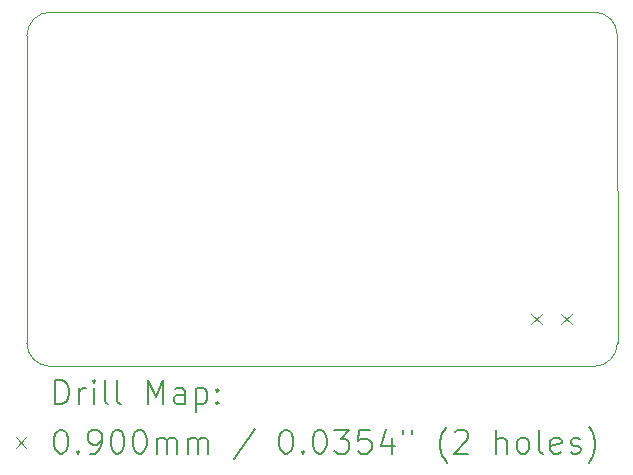
<source format=gbr>
%TF.GenerationSoftware,KiCad,Pcbnew,7.0.2*%
%TF.CreationDate,2023-05-03T11:21:34+05:30*%
%TF.ProjectId,Bed-leveler-PCB,4265642d-6c65-4766-956c-65722d504342,rev?*%
%TF.SameCoordinates,Original*%
%TF.FileFunction,Drillmap*%
%TF.FilePolarity,Positive*%
%FSLAX45Y45*%
G04 Gerber Fmt 4.5, Leading zero omitted, Abs format (unit mm)*
G04 Created by KiCad (PCBNEW 7.0.2) date 2023-05-03 11:21:34*
%MOMM*%
%LPD*%
G01*
G04 APERTURE LIST*
%ADD10C,0.100000*%
%ADD11C,0.200000*%
%ADD12C,0.090000*%
G04 APERTURE END LIST*
D10*
X17100421Y-6200421D02*
G75*
G03*
X16900421Y-6400421I0J-200000D01*
G01*
X16899421Y-9000579D02*
G75*
G03*
X17099421Y-9200579I200000J0D01*
G01*
X21899579Y-6399421D02*
G75*
G03*
X21699579Y-6199421I-200000J0D01*
G01*
X21700579Y-9200579D02*
G75*
G03*
X21900579Y-9000579I0J200000D01*
G01*
X21899579Y-6399421D02*
X21900579Y-9000579D01*
X17100421Y-6200421D02*
X21699579Y-6199421D01*
X16899421Y-9000579D02*
X16900421Y-6400421D01*
X21700579Y-9200579D02*
X17099421Y-9200579D01*
D11*
D12*
X21171250Y-8755000D02*
X21261250Y-8845000D01*
X21261250Y-8755000D02*
X21171250Y-8845000D01*
X21425250Y-8755000D02*
X21515250Y-8845000D01*
X21515250Y-8755000D02*
X21425250Y-8845000D01*
D11*
X17142040Y-9518102D02*
X17142040Y-9318102D01*
X17142040Y-9318102D02*
X17189659Y-9318102D01*
X17189659Y-9318102D02*
X17218231Y-9327626D01*
X17218231Y-9327626D02*
X17237279Y-9346674D01*
X17237279Y-9346674D02*
X17246802Y-9365721D01*
X17246802Y-9365721D02*
X17256326Y-9403817D01*
X17256326Y-9403817D02*
X17256326Y-9432388D01*
X17256326Y-9432388D02*
X17246802Y-9470483D01*
X17246802Y-9470483D02*
X17237279Y-9489531D01*
X17237279Y-9489531D02*
X17218231Y-9508579D01*
X17218231Y-9508579D02*
X17189659Y-9518102D01*
X17189659Y-9518102D02*
X17142040Y-9518102D01*
X17342040Y-9518102D02*
X17342040Y-9384769D01*
X17342040Y-9422864D02*
X17351564Y-9403817D01*
X17351564Y-9403817D02*
X17361088Y-9394293D01*
X17361088Y-9394293D02*
X17380136Y-9384769D01*
X17380136Y-9384769D02*
X17399183Y-9384769D01*
X17465850Y-9518102D02*
X17465850Y-9384769D01*
X17465850Y-9318102D02*
X17456326Y-9327626D01*
X17456326Y-9327626D02*
X17465850Y-9337150D01*
X17465850Y-9337150D02*
X17475374Y-9327626D01*
X17475374Y-9327626D02*
X17465850Y-9318102D01*
X17465850Y-9318102D02*
X17465850Y-9337150D01*
X17589659Y-9518102D02*
X17570612Y-9508579D01*
X17570612Y-9508579D02*
X17561088Y-9489531D01*
X17561088Y-9489531D02*
X17561088Y-9318102D01*
X17694421Y-9518102D02*
X17675374Y-9508579D01*
X17675374Y-9508579D02*
X17665850Y-9489531D01*
X17665850Y-9489531D02*
X17665850Y-9318102D01*
X17922993Y-9518102D02*
X17922993Y-9318102D01*
X17922993Y-9318102D02*
X17989660Y-9460960D01*
X17989660Y-9460960D02*
X18056326Y-9318102D01*
X18056326Y-9318102D02*
X18056326Y-9518102D01*
X18237279Y-9518102D02*
X18237279Y-9413341D01*
X18237279Y-9413341D02*
X18227755Y-9394293D01*
X18227755Y-9394293D02*
X18208707Y-9384769D01*
X18208707Y-9384769D02*
X18170612Y-9384769D01*
X18170612Y-9384769D02*
X18151564Y-9394293D01*
X18237279Y-9508579D02*
X18218231Y-9518102D01*
X18218231Y-9518102D02*
X18170612Y-9518102D01*
X18170612Y-9518102D02*
X18151564Y-9508579D01*
X18151564Y-9508579D02*
X18142040Y-9489531D01*
X18142040Y-9489531D02*
X18142040Y-9470483D01*
X18142040Y-9470483D02*
X18151564Y-9451436D01*
X18151564Y-9451436D02*
X18170612Y-9441912D01*
X18170612Y-9441912D02*
X18218231Y-9441912D01*
X18218231Y-9441912D02*
X18237279Y-9432388D01*
X18332517Y-9384769D02*
X18332517Y-9584769D01*
X18332517Y-9394293D02*
X18351564Y-9384769D01*
X18351564Y-9384769D02*
X18389660Y-9384769D01*
X18389660Y-9384769D02*
X18408707Y-9394293D01*
X18408707Y-9394293D02*
X18418231Y-9403817D01*
X18418231Y-9403817D02*
X18427755Y-9422864D01*
X18427755Y-9422864D02*
X18427755Y-9480007D01*
X18427755Y-9480007D02*
X18418231Y-9499055D01*
X18418231Y-9499055D02*
X18408707Y-9508579D01*
X18408707Y-9508579D02*
X18389660Y-9518102D01*
X18389660Y-9518102D02*
X18351564Y-9518102D01*
X18351564Y-9518102D02*
X18332517Y-9508579D01*
X18513469Y-9499055D02*
X18522993Y-9508579D01*
X18522993Y-9508579D02*
X18513469Y-9518102D01*
X18513469Y-9518102D02*
X18503945Y-9508579D01*
X18503945Y-9508579D02*
X18513469Y-9499055D01*
X18513469Y-9499055D02*
X18513469Y-9518102D01*
X18513469Y-9394293D02*
X18522993Y-9403817D01*
X18522993Y-9403817D02*
X18513469Y-9413341D01*
X18513469Y-9413341D02*
X18503945Y-9403817D01*
X18503945Y-9403817D02*
X18513469Y-9394293D01*
X18513469Y-9394293D02*
X18513469Y-9413341D01*
D12*
X16804421Y-9800579D02*
X16894421Y-9890579D01*
X16894421Y-9800579D02*
X16804421Y-9890579D01*
D11*
X17180136Y-9738102D02*
X17199183Y-9738102D01*
X17199183Y-9738102D02*
X17218231Y-9747626D01*
X17218231Y-9747626D02*
X17227755Y-9757150D01*
X17227755Y-9757150D02*
X17237279Y-9776198D01*
X17237279Y-9776198D02*
X17246802Y-9814293D01*
X17246802Y-9814293D02*
X17246802Y-9861912D01*
X17246802Y-9861912D02*
X17237279Y-9900007D01*
X17237279Y-9900007D02*
X17227755Y-9919055D01*
X17227755Y-9919055D02*
X17218231Y-9928579D01*
X17218231Y-9928579D02*
X17199183Y-9938102D01*
X17199183Y-9938102D02*
X17180136Y-9938102D01*
X17180136Y-9938102D02*
X17161088Y-9928579D01*
X17161088Y-9928579D02*
X17151564Y-9919055D01*
X17151564Y-9919055D02*
X17142040Y-9900007D01*
X17142040Y-9900007D02*
X17132517Y-9861912D01*
X17132517Y-9861912D02*
X17132517Y-9814293D01*
X17132517Y-9814293D02*
X17142040Y-9776198D01*
X17142040Y-9776198D02*
X17151564Y-9757150D01*
X17151564Y-9757150D02*
X17161088Y-9747626D01*
X17161088Y-9747626D02*
X17180136Y-9738102D01*
X17332517Y-9919055D02*
X17342040Y-9928579D01*
X17342040Y-9928579D02*
X17332517Y-9938102D01*
X17332517Y-9938102D02*
X17322993Y-9928579D01*
X17322993Y-9928579D02*
X17332517Y-9919055D01*
X17332517Y-9919055D02*
X17332517Y-9938102D01*
X17437279Y-9938102D02*
X17475374Y-9938102D01*
X17475374Y-9938102D02*
X17494421Y-9928579D01*
X17494421Y-9928579D02*
X17503945Y-9919055D01*
X17503945Y-9919055D02*
X17522993Y-9890483D01*
X17522993Y-9890483D02*
X17532517Y-9852388D01*
X17532517Y-9852388D02*
X17532517Y-9776198D01*
X17532517Y-9776198D02*
X17522993Y-9757150D01*
X17522993Y-9757150D02*
X17513469Y-9747626D01*
X17513469Y-9747626D02*
X17494421Y-9738102D01*
X17494421Y-9738102D02*
X17456326Y-9738102D01*
X17456326Y-9738102D02*
X17437279Y-9747626D01*
X17437279Y-9747626D02*
X17427755Y-9757150D01*
X17427755Y-9757150D02*
X17418231Y-9776198D01*
X17418231Y-9776198D02*
X17418231Y-9823817D01*
X17418231Y-9823817D02*
X17427755Y-9842864D01*
X17427755Y-9842864D02*
X17437279Y-9852388D01*
X17437279Y-9852388D02*
X17456326Y-9861912D01*
X17456326Y-9861912D02*
X17494421Y-9861912D01*
X17494421Y-9861912D02*
X17513469Y-9852388D01*
X17513469Y-9852388D02*
X17522993Y-9842864D01*
X17522993Y-9842864D02*
X17532517Y-9823817D01*
X17656326Y-9738102D02*
X17675374Y-9738102D01*
X17675374Y-9738102D02*
X17694421Y-9747626D01*
X17694421Y-9747626D02*
X17703945Y-9757150D01*
X17703945Y-9757150D02*
X17713469Y-9776198D01*
X17713469Y-9776198D02*
X17722993Y-9814293D01*
X17722993Y-9814293D02*
X17722993Y-9861912D01*
X17722993Y-9861912D02*
X17713469Y-9900007D01*
X17713469Y-9900007D02*
X17703945Y-9919055D01*
X17703945Y-9919055D02*
X17694421Y-9928579D01*
X17694421Y-9928579D02*
X17675374Y-9938102D01*
X17675374Y-9938102D02*
X17656326Y-9938102D01*
X17656326Y-9938102D02*
X17637279Y-9928579D01*
X17637279Y-9928579D02*
X17627755Y-9919055D01*
X17627755Y-9919055D02*
X17618231Y-9900007D01*
X17618231Y-9900007D02*
X17608707Y-9861912D01*
X17608707Y-9861912D02*
X17608707Y-9814293D01*
X17608707Y-9814293D02*
X17618231Y-9776198D01*
X17618231Y-9776198D02*
X17627755Y-9757150D01*
X17627755Y-9757150D02*
X17637279Y-9747626D01*
X17637279Y-9747626D02*
X17656326Y-9738102D01*
X17846802Y-9738102D02*
X17865850Y-9738102D01*
X17865850Y-9738102D02*
X17884898Y-9747626D01*
X17884898Y-9747626D02*
X17894421Y-9757150D01*
X17894421Y-9757150D02*
X17903945Y-9776198D01*
X17903945Y-9776198D02*
X17913469Y-9814293D01*
X17913469Y-9814293D02*
X17913469Y-9861912D01*
X17913469Y-9861912D02*
X17903945Y-9900007D01*
X17903945Y-9900007D02*
X17894421Y-9919055D01*
X17894421Y-9919055D02*
X17884898Y-9928579D01*
X17884898Y-9928579D02*
X17865850Y-9938102D01*
X17865850Y-9938102D02*
X17846802Y-9938102D01*
X17846802Y-9938102D02*
X17827755Y-9928579D01*
X17827755Y-9928579D02*
X17818231Y-9919055D01*
X17818231Y-9919055D02*
X17808707Y-9900007D01*
X17808707Y-9900007D02*
X17799183Y-9861912D01*
X17799183Y-9861912D02*
X17799183Y-9814293D01*
X17799183Y-9814293D02*
X17808707Y-9776198D01*
X17808707Y-9776198D02*
X17818231Y-9757150D01*
X17818231Y-9757150D02*
X17827755Y-9747626D01*
X17827755Y-9747626D02*
X17846802Y-9738102D01*
X17999183Y-9938102D02*
X17999183Y-9804769D01*
X17999183Y-9823817D02*
X18008707Y-9814293D01*
X18008707Y-9814293D02*
X18027755Y-9804769D01*
X18027755Y-9804769D02*
X18056326Y-9804769D01*
X18056326Y-9804769D02*
X18075374Y-9814293D01*
X18075374Y-9814293D02*
X18084898Y-9833341D01*
X18084898Y-9833341D02*
X18084898Y-9938102D01*
X18084898Y-9833341D02*
X18094421Y-9814293D01*
X18094421Y-9814293D02*
X18113469Y-9804769D01*
X18113469Y-9804769D02*
X18142040Y-9804769D01*
X18142040Y-9804769D02*
X18161088Y-9814293D01*
X18161088Y-9814293D02*
X18170612Y-9833341D01*
X18170612Y-9833341D02*
X18170612Y-9938102D01*
X18265850Y-9938102D02*
X18265850Y-9804769D01*
X18265850Y-9823817D02*
X18275374Y-9814293D01*
X18275374Y-9814293D02*
X18294421Y-9804769D01*
X18294421Y-9804769D02*
X18322993Y-9804769D01*
X18322993Y-9804769D02*
X18342041Y-9814293D01*
X18342041Y-9814293D02*
X18351564Y-9833341D01*
X18351564Y-9833341D02*
X18351564Y-9938102D01*
X18351564Y-9833341D02*
X18361088Y-9814293D01*
X18361088Y-9814293D02*
X18380136Y-9804769D01*
X18380136Y-9804769D02*
X18408707Y-9804769D01*
X18408707Y-9804769D02*
X18427755Y-9814293D01*
X18427755Y-9814293D02*
X18437279Y-9833341D01*
X18437279Y-9833341D02*
X18437279Y-9938102D01*
X18827755Y-9728579D02*
X18656326Y-9985721D01*
X19084898Y-9738102D02*
X19103945Y-9738102D01*
X19103945Y-9738102D02*
X19122993Y-9747626D01*
X19122993Y-9747626D02*
X19132517Y-9757150D01*
X19132517Y-9757150D02*
X19142041Y-9776198D01*
X19142041Y-9776198D02*
X19151564Y-9814293D01*
X19151564Y-9814293D02*
X19151564Y-9861912D01*
X19151564Y-9861912D02*
X19142041Y-9900007D01*
X19142041Y-9900007D02*
X19132517Y-9919055D01*
X19132517Y-9919055D02*
X19122993Y-9928579D01*
X19122993Y-9928579D02*
X19103945Y-9938102D01*
X19103945Y-9938102D02*
X19084898Y-9938102D01*
X19084898Y-9938102D02*
X19065850Y-9928579D01*
X19065850Y-9928579D02*
X19056326Y-9919055D01*
X19056326Y-9919055D02*
X19046803Y-9900007D01*
X19046803Y-9900007D02*
X19037279Y-9861912D01*
X19037279Y-9861912D02*
X19037279Y-9814293D01*
X19037279Y-9814293D02*
X19046803Y-9776198D01*
X19046803Y-9776198D02*
X19056326Y-9757150D01*
X19056326Y-9757150D02*
X19065850Y-9747626D01*
X19065850Y-9747626D02*
X19084898Y-9738102D01*
X19237279Y-9919055D02*
X19246803Y-9928579D01*
X19246803Y-9928579D02*
X19237279Y-9938102D01*
X19237279Y-9938102D02*
X19227755Y-9928579D01*
X19227755Y-9928579D02*
X19237279Y-9919055D01*
X19237279Y-9919055D02*
X19237279Y-9938102D01*
X19370612Y-9738102D02*
X19389660Y-9738102D01*
X19389660Y-9738102D02*
X19408707Y-9747626D01*
X19408707Y-9747626D02*
X19418231Y-9757150D01*
X19418231Y-9757150D02*
X19427755Y-9776198D01*
X19427755Y-9776198D02*
X19437279Y-9814293D01*
X19437279Y-9814293D02*
X19437279Y-9861912D01*
X19437279Y-9861912D02*
X19427755Y-9900007D01*
X19427755Y-9900007D02*
X19418231Y-9919055D01*
X19418231Y-9919055D02*
X19408707Y-9928579D01*
X19408707Y-9928579D02*
X19389660Y-9938102D01*
X19389660Y-9938102D02*
X19370612Y-9938102D01*
X19370612Y-9938102D02*
X19351564Y-9928579D01*
X19351564Y-9928579D02*
X19342041Y-9919055D01*
X19342041Y-9919055D02*
X19332517Y-9900007D01*
X19332517Y-9900007D02*
X19322993Y-9861912D01*
X19322993Y-9861912D02*
X19322993Y-9814293D01*
X19322993Y-9814293D02*
X19332517Y-9776198D01*
X19332517Y-9776198D02*
X19342041Y-9757150D01*
X19342041Y-9757150D02*
X19351564Y-9747626D01*
X19351564Y-9747626D02*
X19370612Y-9738102D01*
X19503945Y-9738102D02*
X19627755Y-9738102D01*
X19627755Y-9738102D02*
X19561088Y-9814293D01*
X19561088Y-9814293D02*
X19589660Y-9814293D01*
X19589660Y-9814293D02*
X19608707Y-9823817D01*
X19608707Y-9823817D02*
X19618231Y-9833341D01*
X19618231Y-9833341D02*
X19627755Y-9852388D01*
X19627755Y-9852388D02*
X19627755Y-9900007D01*
X19627755Y-9900007D02*
X19618231Y-9919055D01*
X19618231Y-9919055D02*
X19608707Y-9928579D01*
X19608707Y-9928579D02*
X19589660Y-9938102D01*
X19589660Y-9938102D02*
X19532517Y-9938102D01*
X19532517Y-9938102D02*
X19513469Y-9928579D01*
X19513469Y-9928579D02*
X19503945Y-9919055D01*
X19808707Y-9738102D02*
X19713469Y-9738102D01*
X19713469Y-9738102D02*
X19703945Y-9833341D01*
X19703945Y-9833341D02*
X19713469Y-9823817D01*
X19713469Y-9823817D02*
X19732517Y-9814293D01*
X19732517Y-9814293D02*
X19780136Y-9814293D01*
X19780136Y-9814293D02*
X19799184Y-9823817D01*
X19799184Y-9823817D02*
X19808707Y-9833341D01*
X19808707Y-9833341D02*
X19818231Y-9852388D01*
X19818231Y-9852388D02*
X19818231Y-9900007D01*
X19818231Y-9900007D02*
X19808707Y-9919055D01*
X19808707Y-9919055D02*
X19799184Y-9928579D01*
X19799184Y-9928579D02*
X19780136Y-9938102D01*
X19780136Y-9938102D02*
X19732517Y-9938102D01*
X19732517Y-9938102D02*
X19713469Y-9928579D01*
X19713469Y-9928579D02*
X19703945Y-9919055D01*
X19989660Y-9804769D02*
X19989660Y-9938102D01*
X19942041Y-9728579D02*
X19894422Y-9871436D01*
X19894422Y-9871436D02*
X20018231Y-9871436D01*
X20084898Y-9738102D02*
X20084898Y-9776198D01*
X20161088Y-9738102D02*
X20161088Y-9776198D01*
X20456327Y-10014293D02*
X20446803Y-10004769D01*
X20446803Y-10004769D02*
X20427755Y-9976198D01*
X20427755Y-9976198D02*
X20418231Y-9957150D01*
X20418231Y-9957150D02*
X20408707Y-9928579D01*
X20408707Y-9928579D02*
X20399184Y-9880960D01*
X20399184Y-9880960D02*
X20399184Y-9842864D01*
X20399184Y-9842864D02*
X20408707Y-9795245D01*
X20408707Y-9795245D02*
X20418231Y-9766674D01*
X20418231Y-9766674D02*
X20427755Y-9747626D01*
X20427755Y-9747626D02*
X20446803Y-9719055D01*
X20446803Y-9719055D02*
X20456327Y-9709531D01*
X20522993Y-9757150D02*
X20532517Y-9747626D01*
X20532517Y-9747626D02*
X20551565Y-9738102D01*
X20551565Y-9738102D02*
X20599184Y-9738102D01*
X20599184Y-9738102D02*
X20618231Y-9747626D01*
X20618231Y-9747626D02*
X20627755Y-9757150D01*
X20627755Y-9757150D02*
X20637279Y-9776198D01*
X20637279Y-9776198D02*
X20637279Y-9795245D01*
X20637279Y-9795245D02*
X20627755Y-9823817D01*
X20627755Y-9823817D02*
X20513469Y-9938102D01*
X20513469Y-9938102D02*
X20637279Y-9938102D01*
X20875374Y-9938102D02*
X20875374Y-9738102D01*
X20961088Y-9938102D02*
X20961088Y-9833341D01*
X20961088Y-9833341D02*
X20951565Y-9814293D01*
X20951565Y-9814293D02*
X20932517Y-9804769D01*
X20932517Y-9804769D02*
X20903946Y-9804769D01*
X20903946Y-9804769D02*
X20884898Y-9814293D01*
X20884898Y-9814293D02*
X20875374Y-9823817D01*
X21084898Y-9938102D02*
X21065850Y-9928579D01*
X21065850Y-9928579D02*
X21056327Y-9919055D01*
X21056327Y-9919055D02*
X21046803Y-9900007D01*
X21046803Y-9900007D02*
X21046803Y-9842864D01*
X21046803Y-9842864D02*
X21056327Y-9823817D01*
X21056327Y-9823817D02*
X21065850Y-9814293D01*
X21065850Y-9814293D02*
X21084898Y-9804769D01*
X21084898Y-9804769D02*
X21113469Y-9804769D01*
X21113469Y-9804769D02*
X21132517Y-9814293D01*
X21132517Y-9814293D02*
X21142041Y-9823817D01*
X21142041Y-9823817D02*
X21151565Y-9842864D01*
X21151565Y-9842864D02*
X21151565Y-9900007D01*
X21151565Y-9900007D02*
X21142041Y-9919055D01*
X21142041Y-9919055D02*
X21132517Y-9928579D01*
X21132517Y-9928579D02*
X21113469Y-9938102D01*
X21113469Y-9938102D02*
X21084898Y-9938102D01*
X21265850Y-9938102D02*
X21246803Y-9928579D01*
X21246803Y-9928579D02*
X21237279Y-9909531D01*
X21237279Y-9909531D02*
X21237279Y-9738102D01*
X21418231Y-9928579D02*
X21399184Y-9938102D01*
X21399184Y-9938102D02*
X21361088Y-9938102D01*
X21361088Y-9938102D02*
X21342041Y-9928579D01*
X21342041Y-9928579D02*
X21332517Y-9909531D01*
X21332517Y-9909531D02*
X21332517Y-9833341D01*
X21332517Y-9833341D02*
X21342041Y-9814293D01*
X21342041Y-9814293D02*
X21361088Y-9804769D01*
X21361088Y-9804769D02*
X21399184Y-9804769D01*
X21399184Y-9804769D02*
X21418231Y-9814293D01*
X21418231Y-9814293D02*
X21427755Y-9833341D01*
X21427755Y-9833341D02*
X21427755Y-9852388D01*
X21427755Y-9852388D02*
X21332517Y-9871436D01*
X21503946Y-9928579D02*
X21522993Y-9938102D01*
X21522993Y-9938102D02*
X21561088Y-9938102D01*
X21561088Y-9938102D02*
X21580136Y-9928579D01*
X21580136Y-9928579D02*
X21589660Y-9909531D01*
X21589660Y-9909531D02*
X21589660Y-9900007D01*
X21589660Y-9900007D02*
X21580136Y-9880960D01*
X21580136Y-9880960D02*
X21561088Y-9871436D01*
X21561088Y-9871436D02*
X21532517Y-9871436D01*
X21532517Y-9871436D02*
X21513469Y-9861912D01*
X21513469Y-9861912D02*
X21503946Y-9842864D01*
X21503946Y-9842864D02*
X21503946Y-9833341D01*
X21503946Y-9833341D02*
X21513469Y-9814293D01*
X21513469Y-9814293D02*
X21532517Y-9804769D01*
X21532517Y-9804769D02*
X21561088Y-9804769D01*
X21561088Y-9804769D02*
X21580136Y-9814293D01*
X21656327Y-10014293D02*
X21665850Y-10004769D01*
X21665850Y-10004769D02*
X21684898Y-9976198D01*
X21684898Y-9976198D02*
X21694422Y-9957150D01*
X21694422Y-9957150D02*
X21703946Y-9928579D01*
X21703946Y-9928579D02*
X21713469Y-9880960D01*
X21713469Y-9880960D02*
X21713469Y-9842864D01*
X21713469Y-9842864D02*
X21703946Y-9795245D01*
X21703946Y-9795245D02*
X21694422Y-9766674D01*
X21694422Y-9766674D02*
X21684898Y-9747626D01*
X21684898Y-9747626D02*
X21665850Y-9719055D01*
X21665850Y-9719055D02*
X21656327Y-9709531D01*
M02*

</source>
